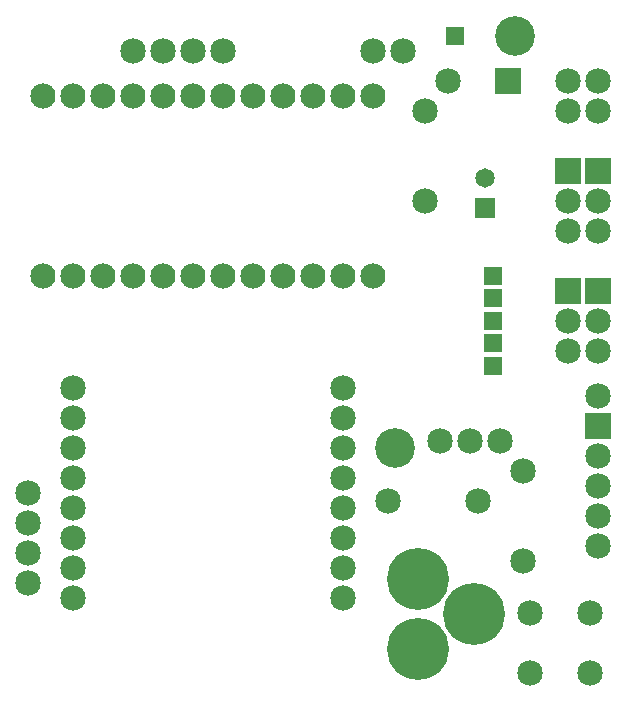
<source format=gts>
G04 -- Generated By PCBWeb Designer*
%FSLAX24Y24*%
%MOIN*%
%OFA0B0*%
%SFA1.0B1.0*%
%AMROTRECT*21,1,$1,$2,0,0,$3*%
%AMROTOBLONG*1,1,$7,$1,$2*1,1,$7,$3,$4*21,1,$5,$6,0,0,$8*%
%ADD10C,0.025*%
%ADD11R,0.055X0.055*%
%ADD12C,0.033*%
%ADD13R,0.065X0.065*%
%ADD14C,0.055*%
%ADD15C,0.033*%
%ADD16C,0.065*%
%ADD17C,0.01*%
%ADD18C,0.008*%
%ADD19C,0.024*%
%ADD20C,0.075*%
%ADD21C,0.04*%
%ADD22C,0.085*%
%ADD23R,0.075X0.075*%
%ADD24R,0.085X0.085*%
%ADD25C,0.026*%
%ADD26C,0.1969*%
%ADD27C,0.1378*%
%ADD28C,0.2069*%
%ADD29C,0.126*%
%ADD30C,0.074*%
%ADD31C,0.084*%
%ADD32C,0.0048*%
%ADD33C,0.0208*%
%ADD34C,0.005*%
%ADD35C,0.021*%
%ADD36R,0.4X0.5*%
%ADD37R,0.41X0.51*%
%ADD38C,0.001*%
%ADD39C,0.1221*%
%ADD40C,0.1321*%
%ADD41R,0.0197X0.0394*%
%ADD42R,0.0297X0.0494*%
%ADD43R,0.0591X0.0591*%
%ADD44R,0.0691X0.0691*%
%ADD45R,0.05X0.05*%
%ADD46R,0.06X0.06*%
%ADD47R,0.05X0.06*%
%ADD48R,0.06X0.07*%
%ADD49C,0.0*%
%ADD50C,0.0275*%
%ADD51C,0.018*%
G01*
%LNSTD*%
%LPD*%
G54D13*
X16250Y16750D03*
G54D16*
X16250Y17750D03*
G54D22*
X15000Y21000D03*
G54D24*
X17000Y21000D03*
G54D22*
X4500Y22000D03*
X5500Y22000D03*
X6500Y22000D03*
X7500Y22000D03*
G54D28*
X14000Y4413D03*
X14000Y2051D03*
X15870Y3232D03*
G54D22*
X14250Y17000D03*
X14250Y20000D03*
G54D31*
X1500Y20500D03*
X2500Y20500D03*
X3500Y20500D03*
X4500Y20500D03*
X5500Y20500D03*
X6500Y20500D03*
X7500Y20500D03*
X8500Y20500D03*
X9500Y20500D03*
X10500Y20500D03*
X11500Y20500D03*
X12500Y20500D03*
X12500Y14500D03*
X11500Y14500D03*
X10500Y14500D03*
X9500Y14500D03*
X8500Y14500D03*
X7500Y14500D03*
X6500Y14500D03*
X5500Y14500D03*
X4500Y14500D03*
X3500Y14500D03*
X2500Y14500D03*
X1500Y14500D03*
G54D22*
X16750Y9000D03*
X15750Y9000D03*
X14750Y9000D03*
X1000Y7250D03*
X1000Y6250D03*
X1000Y5250D03*
X1000Y4250D03*
X20000Y10500D03*
G54D24*
X20000Y9500D03*
G54D22*
X20000Y8500D03*
X20000Y7500D03*
X20000Y6500D03*
X20000Y5500D03*
X20000Y16000D03*
X20000Y17000D03*
G54D24*
X20000Y18000D03*
G54D22*
X19000Y16000D03*
X19000Y17000D03*
G54D24*
X19000Y18000D03*
G54D22*
X20000Y12000D03*
X20000Y13000D03*
G54D24*
X20000Y14000D03*
G54D22*
X19000Y12000D03*
X19000Y13000D03*
G54D24*
X19000Y14000D03*
G54D22*
X17750Y1250D03*
X19750Y1250D03*
X17750Y3250D03*
X19750Y3250D03*
X17500Y8000D03*
X17500Y5000D03*
X16000Y7000D03*
X13000Y7000D03*
X20000Y20000D03*
X20000Y21000D03*
X19000Y20000D03*
X19000Y21000D03*
X12500Y22000D03*
X13500Y22000D03*
X2500Y10750D03*
X2500Y9750D03*
X2500Y8750D03*
X2500Y7750D03*
X2500Y6750D03*
X2500Y5750D03*
X2500Y4750D03*
X2500Y3750D03*
X11500Y3750D03*
X11500Y4750D03*
X11500Y5750D03*
X11500Y6750D03*
X11500Y7750D03*
X11500Y8750D03*
X11500Y9750D03*
X11500Y10750D03*
G54D40*
X13250Y8750D03*
X17250Y22500D03*
G54D46*
X16500Y14500D03*
X16500Y13750D03*
X16500Y13000D03*
X16500Y12250D03*
X16500Y11500D03*
X15250Y22500D03*
M02*

</source>
